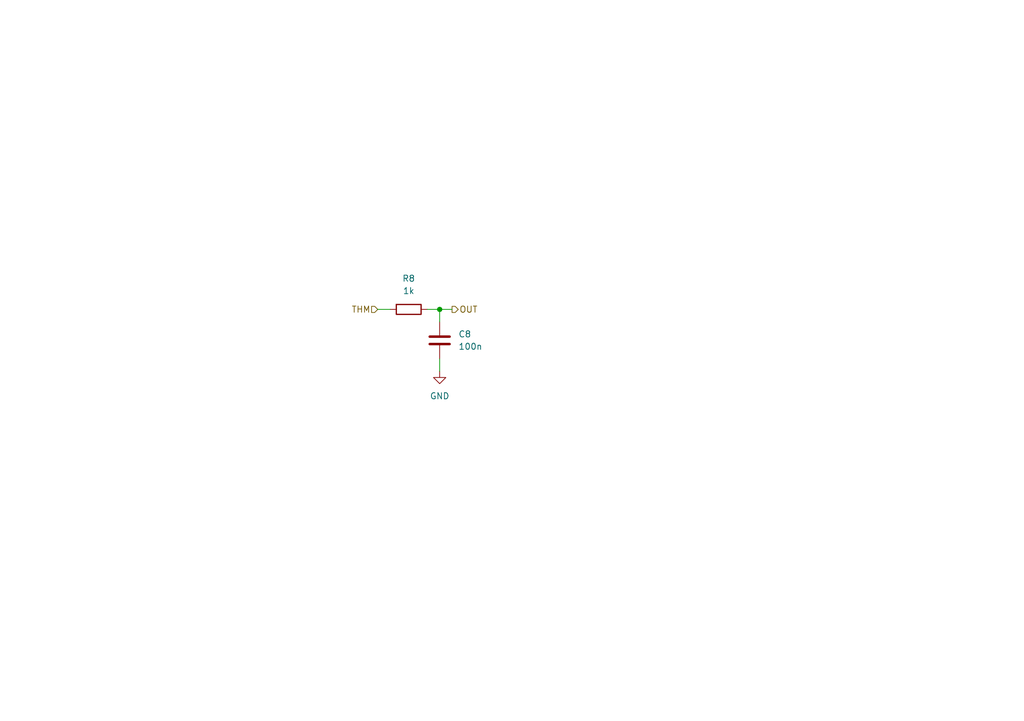
<source format=kicad_sch>
(kicad_sch (version 20231120) (generator "eeschema") (generator_version "8.0")
  (paper "A5")
  (lib_symbols
    (symbol "Device:C" (pin_numbers hide) (pin_names (offset 0.254))
      (property "Reference" "C" (at 0.635 2.54 0))
      (property "Value" "C" (at 0.635 -2.54 0))
      (symbol "C_0_1"
        (polyline (pts (xy -2.032 -0.762) (xy 2.032 -0.762)) (stroke (width 0.508)))
        (polyline (pts (xy -2.032 0.762) (xy 2.032 0.762)) (stroke (width 0.508)))
      )
      (symbol "C_1_1"
        (pin passive line (at 0 3.81 270) (length 2.794) (name "~") (number "1"))
        (pin passive line (at 0 -3.81 90) (length 2.794) (name "~") (number "2"))
      )
    )
    (symbol "Device:R" (pin_numbers hide) (pin_names (offset 0))
      (property "Reference" "R" (at 2.032 0 90))
      (property "Value" "R" (at 0 0 90))
      (symbol "R_0_1"
        (rectangle (start -1.016 -2.54) (end 1.016 2.54) (stroke (width 0.254)))
      )
      (symbol "R_1_1"
        (pin passive line (at 0 3.81 270) (length 1.27) (name "~") (number "1"))
        (pin passive line (at 0 -3.81 90) (length 1.27) (name "~") (number "2"))
      )
    )
    (symbol "power:GND" (power) (pin_numbers hide) (pin_names (offset 0) hide)
      (property "Value" "GND" (at 0 -3.81 0))
      (symbol "GND_0_1"
        (polyline (pts (xy 0 0) (xy 0 -1.27) (xy 1.27 -1.27) (xy 0 -2.54) (xy -1.27 -1.27) (xy 0 -1.27)))
      )
      (symbol "GND_1_1"
        (pin power_in line (at 0 0 270) (length 0) (name "~") (number "1"))
      )
    )
  )
  (junction (at 90.17 63.5))
  (wire (pts (xy 77.47 63.5) (xy 80.01 63.5)))
  (wire (pts (xy 90.17 63.5) (xy 92.71 63.5)))
  (wire (pts (xy 90.17 66.04) (xy 90.17 63.5)))
  (wire (pts (xy 90.17 73.66) (xy 90.17 76.2)))
  (wire (pts (xy 87.63 63.5) (xy 90.17 63.5)))
  (hierarchical_label "THM" (shape input) (at 77.47 63.5 180))
  (hierarchical_label "OUT" (shape output) (at 92.71 63.5 0))
  (symbol (lib_id "Device:C") (at 90.17 69.85 0) (unit 1)
    (property "Reference" "C8" (at 93.98 68.5799 0) (effects (justify left)))
    (property "Value" "100n" (at 93.98 71.1199 0) (effects (justify left)))
    (property "Description" "Unpolarized capacitor" (effects (hide yes)))
    (instances (project "bms-segment" (path "" (reference "C8") (unit 1)) (path "" (reference "C9") (unit 1)) (path "" (reference "C4") (unit 1)) (path "" (reference "C5") (unit 1)) (path "" (reference "C6") (unit 1)) (path "" (reference "C3") (unit 1)) (path "" (reference "C1") (unit 1)) (path "" (reference "C7") (unit 1)) (path "" (reference "C2") (unit 1))))
  )
  (symbol (lib_id "power:GND") (at 90.17 76.2 0) (unit 1)
    (property "Reference" "#PWR053" (effects (hide yes)))
    (property "Value" "GND" (at 90.17 81.28 0))
    (property "Description" "Power symbol creates a global label with name \"GND\" , ground" (effects (hide yes)))
    (instances (project "bms-segment" (path "" (reference "#PWR053") (unit 1)) (path "" (reference "#PWR054") (unit 1)) (path "" (reference "#PWR049") (unit 1)) (path "" (reference "#PWR050") (unit 1)) (path "" (reference "#PWR051") (unit 1)) (path "" (reference "#PWR048") (unit 1)) (path "" (reference "#PWR03") (unit 1)) (path "" (reference "#PWR052") (unit 1)) (path "" (reference "#PWR04") (unit 1))))
  )
  (symbol (lib_id "Device:R") (at 83.82 63.5 90) (unit 1)
    (property "Reference" "R8" (at 83.82 57.15 90))
    (property "Value" "1k" (at 83.82 59.69 90))
    (property "Description" "Resistor" (effects (hide yes)))
    (instances (project "bms-segment" (path "" (reference "R8") (unit 1)) (path "" (reference "R9") (unit 1)) (path "" (reference "R4") (unit 1)) (path "" (reference "R5") (unit 1)) (path "" (reference "R6") (unit 1)) (path "" (reference "R3") (unit 1)) (path "" (reference "R1") (unit 1)) (path "" (reference "R7") (unit 1)) (path "" (reference "R2") (unit 1))))
  )
)
</source>
